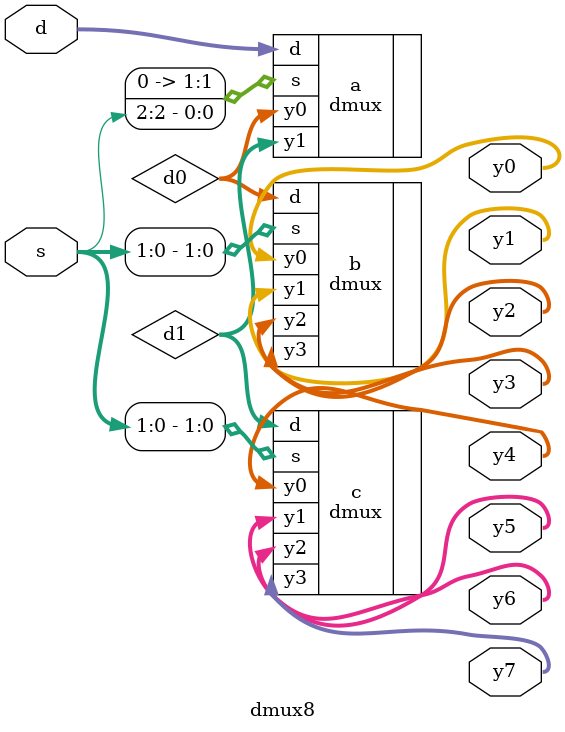
<source format=v>
module dmux8
  #(
    parameter N = 6
  )
  (
    input [N-1:0] d,
    input [2:0] s,
    output [N-1:0] y0, y1, y2, y3, y4, y5, y6, y7
  );
  
  wire [N-1:0] d0, d1;
  // dmux #(.N(N)) - przekazanie do dmux zmiennej lokalnej, w tym przypadku 6
  dmux #(.N(N)) a (.s({1'b0,s[2]}), .d(d), .y0(d0), .y1(d1));
  dmux #(.N(N)) b (.s(s[1:0]), .d(d0), .y0(y0), .y1(y1), .y2(y2), .y3(y3));
  dmux #(.N(N)) c (.s(s[1:0]), .d(d1), .y0(y4), .y1(y5), .y2(y6), .y3(y7));

endmodule

</source>
